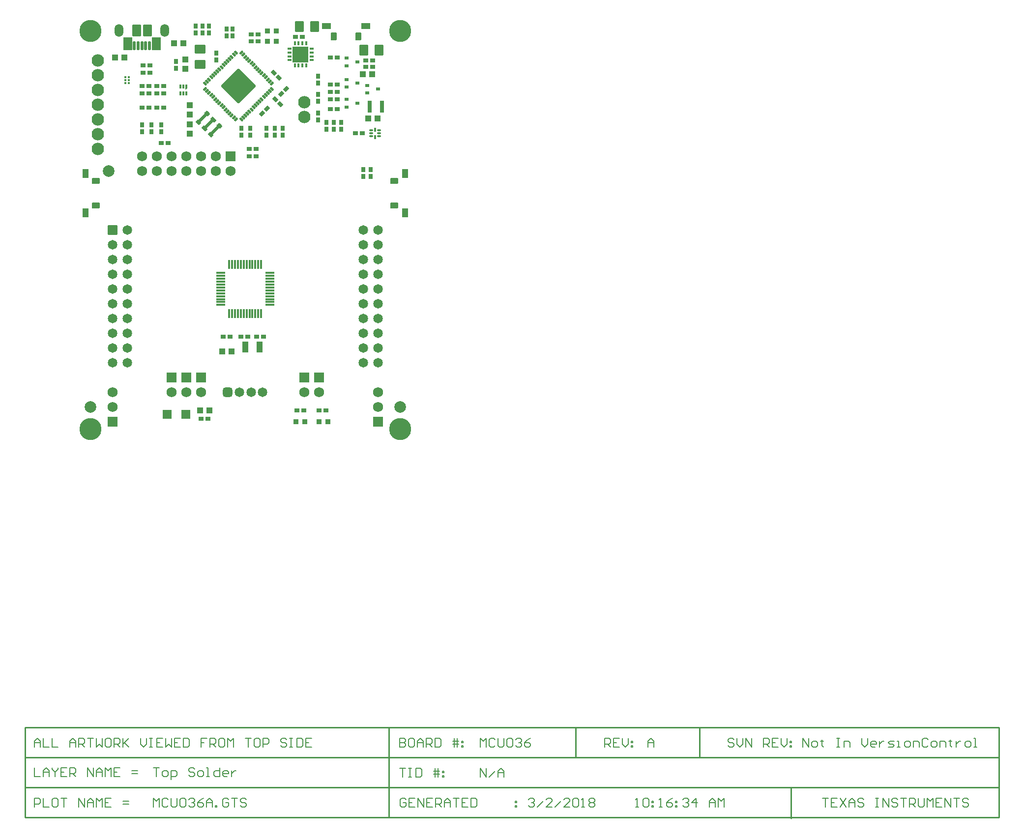
<source format=gts>
G04 Layer_Color=8388736*
%FSAX25Y25*%
%MOIN*%
G70*
G01*
G75*
%ADD48C,0.01000*%
%ADD49C,0.00800*%
%ADD57C,0.06496*%
%ADD83R,0.04331X0.07480*%
G04:AMPARAMS|DCode=84|XSize=39.37mil|YSize=55.12mil|CornerRadius=3.92mil|HoleSize=0mil|Usage=FLASHONLY|Rotation=270.000|XOffset=0mil|YOffset=0mil|HoleType=Round|Shape=RoundedRectangle|*
%AMROUNDEDRECTD84*
21,1,0.03937,0.04728,0,0,270.0*
21,1,0.03154,0.05512,0,0,270.0*
1,1,0.00783,-0.02364,-0.01577*
1,1,0.00783,-0.02364,0.01577*
1,1,0.00783,0.02364,0.01577*
1,1,0.00783,0.02364,-0.01577*
%
%ADD84ROUNDEDRECTD84*%
G04:AMPARAMS|DCode=85|XSize=61.02mil|YSize=43.31mil|CornerRadius=3.94mil|HoleSize=0mil|Usage=FLASHONLY|Rotation=270.000|XOffset=0mil|YOffset=0mil|HoleType=Round|Shape=RoundedRectangle|*
%AMROUNDEDRECTD85*
21,1,0.06102,0.03543,0,0,270.0*
21,1,0.05315,0.04331,0,0,270.0*
1,1,0.00787,-0.01772,-0.02657*
1,1,0.00787,-0.01772,0.02657*
1,1,0.00787,0.01772,0.02657*
1,1,0.00787,0.01772,-0.02657*
%
%ADD85ROUNDEDRECTD85*%
%ADD86R,0.03543X0.02756*%
%ADD87R,0.04331X0.04134*%
%ADD88R,0.02756X0.03543*%
%ADD89O,0.01575X0.06102*%
%ADD90O,0.06102X0.01575*%
%ADD91R,0.03543X0.03543*%
%ADD92R,0.06299X0.06299*%
G04:AMPARAMS|DCode=93|XSize=62.01mil|YSize=86.61mil|CornerRadius=4mil|HoleSize=0mil|Usage=FLASHONLY|Rotation=0.000|XOffset=0mil|YOffset=0mil|HoleType=Round|Shape=RoundedRectangle|*
%AMROUNDEDRECTD93*
21,1,0.06201,0.07861,0,0,0.0*
21,1,0.05401,0.08661,0,0,0.0*
1,1,0.00800,0.02700,-0.03931*
1,1,0.00800,-0.02700,-0.03931*
1,1,0.00800,-0.02700,0.03931*
1,1,0.00800,0.02700,0.03931*
%
%ADD93ROUNDEDRECTD93*%
G04:AMPARAMS|DCode=94|XSize=58.07mil|YSize=78.74mil|CornerRadius=3.86mil|HoleSize=0mil|Usage=FLASHONLY|Rotation=0.000|XOffset=0mil|YOffset=0mil|HoleType=Round|Shape=RoundedRectangle|*
%AMROUNDEDRECTD94*
21,1,0.05807,0.07101,0,0,0.0*
21,1,0.05034,0.07874,0,0,0.0*
1,1,0.00773,0.02517,-0.03551*
1,1,0.00773,-0.02517,-0.03551*
1,1,0.00773,-0.02517,0.03551*
1,1,0.00773,0.02517,0.03551*
%
%ADD94ROUNDEDRECTD94*%
G04:AMPARAMS|DCode=95|XSize=21.65mil|YSize=58.27mil|CornerRadius=3.92mil|HoleSize=0mil|Usage=FLASHONLY|Rotation=0.000|XOffset=0mil|YOffset=0mil|HoleType=Round|Shape=RoundedRectangle|*
%AMROUNDEDRECTD95*
21,1,0.02165,0.05043,0,0,0.0*
21,1,0.01382,0.05827,0,0,0.0*
1,1,0.00783,0.00691,-0.02522*
1,1,0.00783,-0.00691,-0.02522*
1,1,0.00783,-0.00691,0.02522*
1,1,0.00783,0.00691,0.02522*
%
%ADD95ROUNDEDRECTD95*%
%ADD96R,0.04134X0.04331*%
G04:AMPARAMS|DCode=97|XSize=22.44mil|YSize=27.56mil|CornerRadius=3.91mil|HoleSize=0mil|Usage=FLASHONLY|Rotation=270.000|XOffset=0mil|YOffset=0mil|HoleType=Round|Shape=RoundedRectangle|*
%AMROUNDEDRECTD97*
21,1,0.02244,0.01974,0,0,270.0*
21,1,0.01462,0.02756,0,0,270.0*
1,1,0.00782,-0.00987,-0.00731*
1,1,0.00782,-0.00987,0.00731*
1,1,0.00782,0.00987,0.00731*
1,1,0.00782,0.00987,-0.00731*
%
%ADD97ROUNDEDRECTD97*%
G04:AMPARAMS|DCode=98|XSize=106.36mil|YSize=19.75mil|CornerRadius=0mil|HoleSize=0mil|Usage=FLASHONLY|Rotation=45.000|XOffset=0mil|YOffset=0mil|HoleType=Round|Shape=Rectangle|*
%AMROTATEDRECTD98*
4,1,4,-0.03062,-0.04459,-0.04459,-0.03062,0.03062,0.04459,0.04459,0.03062,-0.03062,-0.04459,0.0*
%
%ADD98ROTATEDRECTD98*%

%ADD99O,0.02756X0.01575*%
%ADD100O,0.01575X0.02756*%
%ADD101R,0.11024X0.11024*%
G04:AMPARAMS|DCode=102|XSize=171.26mil|YSize=171.26mil|CornerRadius=3.64mil|HoleSize=0mil|Usage=FLASHONLY|Rotation=135.000|XOffset=0mil|YOffset=0mil|HoleType=Round|Shape=RoundedRectangle|*
%AMROUNDEDRECTD102*
21,1,0.17126,0.16398,0,0,135.0*
21,1,0.16398,0.17126,0,0,135.0*
1,1,0.00728,0.00000,0.11595*
1,1,0.00728,0.11595,0.00000*
1,1,0.00728,0.00000,-0.11595*
1,1,0.00728,-0.11595,0.00000*
%
%ADD102ROUNDEDRECTD102*%
G04:AMPARAMS|DCode=103|XSize=14.96mil|YSize=29.13mil|CornerRadius=4.74mil|HoleSize=0mil|Usage=FLASHONLY|Rotation=315.000|XOffset=0mil|YOffset=0mil|HoleType=Round|Shape=RoundedRectangle|*
%AMROUNDEDRECTD103*
21,1,0.01496,0.01965,0,0,315.0*
21,1,0.00548,0.02913,0,0,315.0*
1,1,0.00948,-0.00501,-0.00889*
1,1,0.00948,-0.00889,-0.00501*
1,1,0.00948,0.00501,0.00889*
1,1,0.00948,0.00889,0.00501*
%
%ADD103ROUNDEDRECTD103*%
G04:AMPARAMS|DCode=104|XSize=14.96mil|YSize=29.13mil|CornerRadius=4.74mil|HoleSize=0mil|Usage=FLASHONLY|Rotation=45.000|XOffset=0mil|YOffset=0mil|HoleType=Round|Shape=RoundedRectangle|*
%AMROUNDEDRECTD104*
21,1,0.01496,0.01965,0,0,45.0*
21,1,0.00548,0.02913,0,0,45.0*
1,1,0.00948,0.00889,-0.00501*
1,1,0.00948,0.00501,-0.00889*
1,1,0.00948,-0.00889,0.00501*
1,1,0.00948,-0.00501,0.00889*
%
%ADD104ROUNDEDRECTD104*%
%ADD105R,0.02756X0.08268*%
G04:AMPARAMS|DCode=106|XSize=13.78mil|YSize=25.59mil|CornerRadius=3.94mil|HoleSize=0mil|Usage=FLASHONLY|Rotation=90.000|XOffset=0mil|YOffset=0mil|HoleType=Round|Shape=RoundedRectangle|*
%AMROUNDEDRECTD106*
21,1,0.01378,0.01772,0,0,90.0*
21,1,0.00591,0.02559,0,0,90.0*
1,1,0.00787,0.00886,0.00295*
1,1,0.00787,0.00886,-0.00295*
1,1,0.00787,-0.00886,-0.00295*
1,1,0.00787,-0.00886,0.00295*
%
%ADD106ROUNDEDRECTD106*%
G04:AMPARAMS|DCode=107|XSize=11.81mil|YSize=25.59mil|CornerRadius=3.94mil|HoleSize=0mil|Usage=FLASHONLY|Rotation=90.000|XOffset=0mil|YOffset=0mil|HoleType=Round|Shape=RoundedRectangle|*
%AMROUNDEDRECTD107*
21,1,0.01181,0.01772,0,0,90.0*
21,1,0.00394,0.02559,0,0,90.0*
1,1,0.00787,0.00886,0.00197*
1,1,0.00787,0.00886,-0.00197*
1,1,0.00787,-0.00886,-0.00197*
1,1,0.00787,-0.00886,0.00197*
%
%ADD107ROUNDEDRECTD107*%
G04:AMPARAMS|DCode=108|XSize=15.75mil|YSize=27.56mil|CornerRadius=3.92mil|HoleSize=0mil|Usage=FLASHONLY|Rotation=0.000|XOffset=0mil|YOffset=0mil|HoleType=Round|Shape=RoundedRectangle|*
%AMROUNDEDRECTD108*
21,1,0.01575,0.01972,0,0,0.0*
21,1,0.00791,0.02756,0,0,0.0*
1,1,0.00783,0.00396,-0.00986*
1,1,0.00783,-0.00396,-0.00986*
1,1,0.00783,-0.00396,0.00986*
1,1,0.00783,0.00396,0.00986*
%
%ADD108ROUNDEDRECTD108*%
%ADD109R,0.01772X0.01181*%
%ADD110R,0.01575X0.01181*%
%ADD111R,0.01378X0.03150*%
%ADD112R,0.01378X0.02992*%
G04:AMPARAMS|DCode=113|XSize=27.56mil|YSize=35.43mil|CornerRadius=0mil|HoleSize=0mil|Usage=FLASHONLY|Rotation=315.000|XOffset=0mil|YOffset=0mil|HoleType=Round|Shape=Rectangle|*
%AMROTATEDRECTD113*
4,1,4,-0.02227,-0.00278,0.00278,0.02227,0.02227,0.00278,-0.00278,-0.02227,-0.02227,-0.00278,0.0*
%
%ADD113ROTATEDRECTD113*%

G04:AMPARAMS|DCode=114|XSize=27.56mil|YSize=35.43mil|CornerRadius=0mil|HoleSize=0mil|Usage=FLASHONLY|Rotation=225.000|XOffset=0mil|YOffset=0mil|HoleType=Round|Shape=Rectangle|*
%AMROTATEDRECTD114*
4,1,4,-0.00278,0.02227,0.02227,-0.00278,0.00278,-0.02227,-0.02227,0.00278,-0.00278,0.02227,0.0*
%
%ADD114ROTATEDRECTD114*%

G04:AMPARAMS|DCode=115|XSize=74.8mil|YSize=59.05mil|CornerRadius=3.9mil|HoleSize=0mil|Usage=FLASHONLY|Rotation=90.000|XOffset=0mil|YOffset=0mil|HoleType=Round|Shape=RoundedRectangle|*
%AMROUNDEDRECTD115*
21,1,0.07480,0.05126,0,0,90.0*
21,1,0.06701,0.05905,0,0,90.0*
1,1,0.00779,0.02563,0.03350*
1,1,0.00779,0.02563,-0.03350*
1,1,0.00779,-0.02563,-0.03350*
1,1,0.00779,-0.02563,0.03350*
%
%ADD115ROUNDEDRECTD115*%
G04:AMPARAMS|DCode=116|XSize=74.8mil|YSize=59.05mil|CornerRadius=3.9mil|HoleSize=0mil|Usage=FLASHONLY|Rotation=0.000|XOffset=0mil|YOffset=0mil|HoleType=Round|Shape=RoundedRectangle|*
%AMROUNDEDRECTD116*
21,1,0.07480,0.05126,0,0,0.0*
21,1,0.06701,0.05905,0,0,0.0*
1,1,0.00779,0.03350,-0.02563*
1,1,0.00779,-0.03350,-0.02563*
1,1,0.00779,-0.03350,0.02563*
1,1,0.00779,0.03350,0.02563*
%
%ADD116ROUNDEDRECTD116*%
G04:AMPARAMS|DCode=117|XSize=39.37mil|YSize=55.12mil|CornerRadius=3.92mil|HoleSize=0mil|Usage=FLASHONLY|Rotation=0.000|XOffset=0mil|YOffset=0mil|HoleType=Round|Shape=RoundedRectangle|*
%AMROUNDEDRECTD117*
21,1,0.03937,0.04728,0,0,0.0*
21,1,0.03154,0.05512,0,0,0.0*
1,1,0.00783,0.01577,-0.02364*
1,1,0.00783,-0.01577,-0.02364*
1,1,0.00783,-0.01577,0.02364*
1,1,0.00783,0.01577,0.02364*
%
%ADD117ROUNDEDRECTD117*%
G04:AMPARAMS|DCode=118|XSize=61.02mil|YSize=43.31mil|CornerRadius=3.94mil|HoleSize=0mil|Usage=FLASHONLY|Rotation=0.000|XOffset=0mil|YOffset=0mil|HoleType=Round|Shape=RoundedRectangle|*
%AMROUNDEDRECTD118*
21,1,0.06102,0.03543,0,0,0.0*
21,1,0.05315,0.04331,0,0,0.0*
1,1,0.00787,0.02657,-0.01772*
1,1,0.00787,-0.02657,-0.01772*
1,1,0.00787,-0.02657,0.01772*
1,1,0.00787,0.02657,0.01772*
%
%ADD118ROUNDEDRECTD118*%
%ADD119C,0.07874*%
G04:AMPARAMS|DCode=120|XSize=64.96mil|YSize=64.96mil|CornerRadius=17.22mil|HoleSize=0mil|Usage=FLASHONLY|Rotation=0.000|XOffset=0mil|YOffset=0mil|HoleType=Round|Shape=RoundedRectangle|*
%AMROUNDEDRECTD120*
21,1,0.06496,0.03051,0,0,0.0*
21,1,0.03051,0.06496,0,0,0.0*
1,1,0.03445,0.01526,-0.01526*
1,1,0.03445,-0.01526,-0.01526*
1,1,0.03445,-0.01526,0.01526*
1,1,0.03445,0.01526,0.01526*
%
%ADD120ROUNDEDRECTD120*%
%ADD121C,0.06890*%
%ADD122R,0.06890X0.06890*%
G04:AMPARAMS|DCode=123|XSize=68.9mil|YSize=68.9mil|CornerRadius=3.92mil|HoleSize=0mil|Usage=FLASHONLY|Rotation=270.000|XOffset=0mil|YOffset=0mil|HoleType=Round|Shape=RoundedRectangle|*
%AMROUNDEDRECTD123*
21,1,0.06890,0.06106,0,0,270.0*
21,1,0.06106,0.06890,0,0,270.0*
1,1,0.00783,-0.03053,-0.03053*
1,1,0.00783,-0.03053,0.03053*
1,1,0.00783,0.03053,0.03053*
1,1,0.00783,0.03053,-0.03053*
%
%ADD123ROUNDEDRECTD123*%
G04:AMPARAMS|DCode=124|XSize=86.61mil|YSize=59.05mil|CornerRadius=29.53mil|HoleSize=0mil|Usage=FLASHONLY|Rotation=270.000|XOffset=0mil|YOffset=0mil|HoleType=Round|Shape=RoundedRectangle|*
%AMROUNDEDRECTD124*
21,1,0.08661,0.00000,0,0,270.0*
21,1,0.02756,0.05905,0,0,270.0*
1,1,0.05905,0.00000,-0.01378*
1,1,0.05905,0.00000,0.01378*
1,1,0.05905,0.00000,0.01378*
1,1,0.05905,0.00000,-0.01378*
%
%ADD124ROUNDEDRECTD124*%
%ADD125C,0.15000*%
%ADD126C,0.08394*%
G04:AMPARAMS|DCode=127|XSize=64.96mil|YSize=64.96mil|CornerRadius=3.8mil|HoleSize=0mil|Usage=FLASHONLY|Rotation=270.000|XOffset=0mil|YOffset=0mil|HoleType=Round|Shape=RoundedRectangle|*
%AMROUNDEDRECTD127*
21,1,0.06496,0.05736,0,0,270.0*
21,1,0.05736,0.06496,0,0,270.0*
1,1,0.00760,-0.02868,-0.02868*
1,1,0.00760,-0.02868,0.02868*
1,1,0.00760,0.02868,0.02868*
1,1,0.00760,0.02868,-0.02868*
%
%ADD127ROUNDEDRECTD127*%
G36*
X0171420Y0511151D02*
X0171457Y0511139D01*
X0171491Y0511121D01*
X0171521Y0511097D01*
X0173748Y0508870D01*
X0173773Y0508840D01*
X0173791Y0508805D01*
X0173802Y0508768D01*
X0173806Y0508730D01*
X0173802Y0508691D01*
X0173791Y0508654D01*
X0173773Y0508620D01*
X0173748Y0508590D01*
X0172356Y0507198D01*
X0172326Y0507173D01*
X0172292Y0507155D01*
X0172255Y0507144D01*
X0172216Y0507140D01*
X0172178Y0507144D01*
X0172141Y0507155D01*
X0172107Y0507173D01*
X0172077Y0507198D01*
X0169850Y0509425D01*
X0169825Y0509455D01*
X0169807Y0509489D01*
X0169795Y0509526D01*
X0169792Y0509565D01*
X0169795Y0509603D01*
X0169807Y0509641D01*
X0169825Y0509675D01*
X0169850Y0509705D01*
X0171241Y0511097D01*
X0171271Y0511121D01*
X0171306Y0511139D01*
X0171343Y0511151D01*
X0171381Y0511155D01*
X0171420Y0511151D01*
D02*
G37*
G36*
X0161259Y0509341D02*
X0161296Y0509330D01*
X0161330Y0509312D01*
X0161360Y0509287D01*
X0163587Y0507060D01*
X0163612Y0507030D01*
X0163630Y0506996D01*
X0163641Y0506959D01*
X0163645Y0506920D01*
X0163641Y0506882D01*
X0163630Y0506844D01*
X0163612Y0506810D01*
X0163587Y0506780D01*
X0162195Y0505388D01*
X0162165Y0505364D01*
X0162131Y0505345D01*
X0162094Y0505334D01*
X0162055Y0505330D01*
X0162017Y0505334D01*
X0161980Y0505345D01*
X0161945Y0505364D01*
X0161915Y0505388D01*
X0159688Y0507615D01*
X0159664Y0507645D01*
X0159645Y0507680D01*
X0159634Y0507717D01*
X0159630Y0507755D01*
X0159634Y0507794D01*
X0159645Y0507831D01*
X0159664Y0507865D01*
X0159688Y0507895D01*
X0161080Y0509287D01*
X0161110Y0509312D01*
X0161144Y0509330D01*
X0161181Y0509341D01*
X0161220Y0509345D01*
X0161259Y0509341D01*
D02*
G37*
G36*
X0165435Y0505165D02*
X0165472Y0505154D01*
X0165506Y0505136D01*
X0165536Y0505111D01*
X0167763Y0502884D01*
X0167763Y0502884D01*
X0167788Y0502854D01*
X0167806Y0502820D01*
X0167809Y0502809D01*
X0167817Y0502783D01*
X0167821Y0502744D01*
X0167817Y0502706D01*
X0167806Y0502669D01*
X0167788Y0502634D01*
X0167763Y0502604D01*
X0166371Y0501213D01*
X0166341Y0501188D01*
X0166307Y0501170D01*
X0166270Y0501158D01*
X0166231Y0501155D01*
X0166192Y0501158D01*
X0166155Y0501170D01*
X0166121Y0501188D01*
X0166091Y0501213D01*
X0163864Y0503440D01*
X0163864Y0503440D01*
X0163840Y0503470D01*
X0163821Y0503504D01*
X0163818Y0503515D01*
X0163810Y0503541D01*
X0163806Y0503580D01*
X0163810Y0503618D01*
X0163821Y0503655D01*
X0163840Y0503689D01*
X0163864Y0503719D01*
X0165256Y0505111D01*
X0165286Y0505136D01*
X0165320Y0505154D01*
X0165357Y0505165D01*
X0165396Y0505169D01*
X0165435Y0505165D01*
D02*
G37*
G36*
X0157083Y0513517D02*
X0157120Y0513506D01*
X0157154Y0513487D01*
X0157184Y0513463D01*
X0159411Y0511236D01*
X0159411Y0511236D01*
X0159436Y0511206D01*
X0159454Y0511172D01*
X0159458Y0511160D01*
X0159465Y0511135D01*
X0159469Y0511096D01*
X0159465Y0511057D01*
X0159454Y0511020D01*
X0159436Y0510986D01*
X0159411Y0510956D01*
X0158019Y0509564D01*
X0157989Y0509540D01*
X0157955Y0509521D01*
X0157918Y0509510D01*
X0157879Y0509506D01*
X0157841Y0509510D01*
X0157804Y0509521D01*
X0157770Y0509540D01*
X0157740Y0509564D01*
X0155513Y0511791D01*
X0155512Y0511791D01*
X0155488Y0511821D01*
X0155470Y0511855D01*
X0155466Y0511867D01*
X0155458Y0511893D01*
X0155455Y0511931D01*
X0155458Y0511970D01*
X0155470Y0512007D01*
X0155488Y0512041D01*
X0155512Y0512071D01*
X0156904Y0513463D01*
X0156934Y0513487D01*
X0156969Y0513506D01*
X0157006Y0513517D01*
X0157044Y0513521D01*
X0157083Y0513517D01*
D02*
G37*
G36*
X0149699Y0534775D02*
X0149736Y0534764D01*
X0149770Y0534746D01*
X0149801Y0534721D01*
X0149825Y0534691D01*
X0149843Y0534657D01*
X0149855Y0534620D01*
X0149858Y0534581D01*
Y0534384D01*
X0149858Y0534384D01*
X0149856Y0534365D01*
X0149855Y0534346D01*
X0149846Y0534317D01*
X0149843Y0534309D01*
X0149825Y0534274D01*
X0149801Y0534244D01*
X0149407Y0533851D01*
X0149407Y0533851D01*
X0149393Y0533840D01*
X0149377Y0533826D01*
X0149343Y0533808D01*
X0149305Y0533797D01*
X0149302Y0533796D01*
X0149267Y0533793D01*
X0149267Y0533793D01*
X0148676D01*
X0148638Y0533797D01*
X0148601Y0533808D01*
X0148566Y0533826D01*
X0148537Y0533851D01*
X0148512Y0533881D01*
X0148494Y0533915D01*
X0148482Y0533952D01*
X0148479Y0533990D01*
Y0534581D01*
X0148482Y0534620D01*
X0148494Y0534657D01*
X0148512Y0534691D01*
X0148537Y0534721D01*
X0148566Y0534746D01*
X0148601Y0534764D01*
X0148638Y0534775D01*
X0148676Y0534779D01*
X0149661D01*
X0149699Y0534775D01*
D02*
G37*
G36*
X0163068Y0519502D02*
X0163105Y0519491D01*
X0163140Y0519473D01*
X0163170Y0519448D01*
X0165397Y0517221D01*
X0165421Y0517191D01*
X0165439Y0517157D01*
X0165451Y0517120D01*
X0165455Y0517081D01*
X0165451Y0517043D01*
X0165439Y0517006D01*
X0165421Y0516971D01*
X0165397Y0516941D01*
X0164005Y0515550D01*
X0163975Y0515525D01*
X0163941Y0515507D01*
X0163903Y0515495D01*
X0163865Y0515492D01*
X0163826Y0515495D01*
X0163789Y0515507D01*
X0163755Y0515525D01*
X0163725Y0515550D01*
X0161498Y0517777D01*
X0161473Y0517807D01*
X0161455Y0517841D01*
X0161444Y0517878D01*
X0161440Y0517916D01*
X0161444Y0517955D01*
X0161455Y0517992D01*
X0161473Y0518026D01*
X0161498Y0518056D01*
X0162890Y0519448D01*
X0162920Y0519473D01*
X0162954Y0519491D01*
X0162991Y0519502D01*
X0163030Y0519506D01*
X0163068Y0519502D01*
D02*
G37*
G36*
X0167244Y0515327D02*
X0167270Y0515319D01*
X0167281Y0515315D01*
X0167315Y0515297D01*
X0167345Y0515273D01*
X0167345Y0515272D01*
X0169572Y0513045D01*
X0169597Y0513015D01*
X0169615Y0512981D01*
X0169627Y0512944D01*
X0169630Y0512906D01*
X0169627Y0512867D01*
X0169615Y0512830D01*
X0169597Y0512796D01*
X0169572Y0512766D01*
X0168181Y0511374D01*
X0168150Y0511349D01*
X0168116Y0511331D01*
X0168079Y0511320D01*
X0168041Y0511316D01*
X0168002Y0511320D01*
X0167976Y0511327D01*
X0167965Y0511331D01*
X0167931Y0511349D01*
X0167901Y0511374D01*
X0167901Y0511374D01*
X0165674Y0513601D01*
X0165649Y0513631D01*
X0165631Y0513665D01*
X0165620Y0513702D01*
X0165616Y0513741D01*
X0165620Y0513779D01*
X0165631Y0513816D01*
X0165649Y0513851D01*
X0165674Y0513880D01*
X0167066Y0515273D01*
X0167096Y0515297D01*
X0167130Y0515315D01*
X0167167Y0515327D01*
X0167206Y0515330D01*
X0167244Y0515327D01*
D02*
G37*
G54D48*
X0559400Y0039400D02*
Y0059683D01*
X0440500Y0040050D02*
X0700200D01*
Y0101050D01*
X0286500Y0040050D02*
Y0101050D01*
X0040000Y0040050D02*
Y0101050D01*
X0040050Y0040050D02*
X0197600D01*
X0040050D02*
Y0101050D01*
Y0101050D02*
X0700200D01*
X0040000Y0040050D02*
X0440500D01*
X0040000Y0060383D02*
X0700000D01*
X0040000Y0080717D02*
X0700200D01*
X0413200D02*
Y0101050D01*
X0497200Y0080717D02*
Y0101050D01*
G54D49*
X0126900Y0073549D02*
X0130899D01*
X0128899D01*
Y0067551D01*
X0133898D02*
X0135897D01*
X0136897Y0068550D01*
Y0070550D01*
X0135897Y0071549D01*
X0133898D01*
X0132898Y0070550D01*
Y0068550D01*
X0133898Y0067551D01*
X0138896Y0065551D02*
Y0071549D01*
X0141895D01*
X0142895Y0070550D01*
Y0068550D01*
X0141895Y0067551D01*
X0138896D01*
X0154891Y0072549D02*
X0153891Y0073549D01*
X0151892D01*
X0150892Y0072549D01*
Y0071549D01*
X0151892Y0070550D01*
X0153891D01*
X0154891Y0069550D01*
Y0068550D01*
X0153891Y0067551D01*
X0151892D01*
X0150892Y0068550D01*
X0157890Y0067551D02*
X0159889D01*
X0160889Y0068550D01*
Y0070550D01*
X0159889Y0071549D01*
X0157890D01*
X0156890Y0070550D01*
Y0068550D01*
X0157890Y0067551D01*
X0162888D02*
X0164888D01*
X0163888D01*
Y0073549D01*
X0162888D01*
X0171885D02*
Y0067551D01*
X0168886D01*
X0167887Y0068550D01*
Y0070550D01*
X0168886Y0071549D01*
X0171885D01*
X0176884Y0067551D02*
X0174884D01*
X0173885Y0068550D01*
Y0070550D01*
X0174884Y0071549D01*
X0176884D01*
X0177884Y0070550D01*
Y0069550D01*
X0173885D01*
X0179883Y0071549D02*
Y0067551D01*
Y0069550D01*
X0180883Y0070550D01*
X0181882Y0071549D01*
X0182882D01*
X0126900Y0073549D02*
X0130899D01*
X0128899D01*
Y0067551D01*
X0133898D02*
X0135897D01*
X0136897Y0068550D01*
Y0070550D01*
X0135897Y0071549D01*
X0133898D01*
X0132898Y0070550D01*
Y0068550D01*
X0133898Y0067551D01*
X0138896Y0065551D02*
Y0071549D01*
X0141895D01*
X0142895Y0070550D01*
Y0068550D01*
X0141895Y0067551D01*
X0138896D01*
X0154891Y0072549D02*
X0153891Y0073549D01*
X0151892D01*
X0150892Y0072549D01*
Y0071549D01*
X0151892Y0070550D01*
X0153891D01*
X0154891Y0069550D01*
Y0068550D01*
X0153891Y0067551D01*
X0151892D01*
X0150892Y0068550D01*
X0157890Y0067551D02*
X0159889D01*
X0160889Y0068550D01*
Y0070550D01*
X0159889Y0071549D01*
X0157890D01*
X0156890Y0070550D01*
Y0068550D01*
X0157890Y0067551D01*
X0162888D02*
X0164888D01*
X0163888D01*
Y0073549D01*
X0162888D01*
X0171885D02*
Y0067551D01*
X0168886D01*
X0167887Y0068550D01*
Y0070550D01*
X0168886Y0071549D01*
X0171885D01*
X0176884Y0067551D02*
X0174884D01*
X0173885Y0068550D01*
Y0070550D01*
X0174884Y0071549D01*
X0176884D01*
X0177884Y0070550D01*
Y0069550D01*
X0173885D01*
X0179883Y0071549D02*
Y0067551D01*
Y0069550D01*
X0180883Y0070550D01*
X0181882Y0071549D01*
X0182882D01*
X0348550Y0067500D02*
Y0073498D01*
X0352549Y0067500D01*
Y0073498D01*
X0354548Y0067500D02*
X0358547Y0071499D01*
X0360546Y0067500D02*
Y0071499D01*
X0362545Y0073498D01*
X0364545Y0071499D01*
Y0067500D01*
Y0070499D01*
X0360546D01*
X0294000Y0073498D02*
X0297999D01*
X0295999D01*
Y0067500D01*
X0299998Y0073498D02*
X0301997D01*
X0300998D01*
Y0067500D01*
X0299998D01*
X0301997D01*
X0304996Y0073498D02*
Y0067500D01*
X0307996D01*
X0308995Y0068500D01*
Y0072498D01*
X0307996Y0073498D01*
X0304996D01*
X0317992Y0067500D02*
Y0073498D01*
X0319992D02*
Y0067500D01*
X0316993Y0071499D02*
X0319992D01*
X0320991D01*
X0316993Y0069499D02*
X0320991D01*
X0322991Y0071499D02*
X0323990D01*
Y0070499D01*
X0322991D01*
Y0071499D01*
Y0068500D02*
X0323990D01*
Y0067500D01*
X0322991D01*
Y0068500D01*
X0580500Y0052965D02*
X0584499D01*
X0582499D01*
Y0046966D01*
X0590497Y0052965D02*
X0586498D01*
Y0046966D01*
X0590497D01*
X0586498Y0049966D02*
X0588497D01*
X0592496Y0052965D02*
X0596495Y0046966D01*
Y0052965D02*
X0592496Y0046966D01*
X0598494D02*
Y0050965D01*
X0600493Y0052965D01*
X0602493Y0050965D01*
Y0046966D01*
Y0049966D01*
X0598494D01*
X0608491Y0051965D02*
X0607491Y0052965D01*
X0605492D01*
X0604492Y0051965D01*
Y0050965D01*
X0605492Y0049966D01*
X0607491D01*
X0608491Y0048966D01*
Y0047966D01*
X0607491Y0046966D01*
X0605492D01*
X0604492Y0047966D01*
X0616488Y0052965D02*
X0618488D01*
X0617488D01*
Y0046966D01*
X0616488D01*
X0618488D01*
X0621487D02*
Y0052965D01*
X0625486Y0046966D01*
Y0052965D01*
X0631484Y0051965D02*
X0630484Y0052965D01*
X0628484D01*
X0627485Y0051965D01*
Y0050965D01*
X0628484Y0049966D01*
X0630484D01*
X0631484Y0048966D01*
Y0047966D01*
X0630484Y0046966D01*
X0628484D01*
X0627485Y0047966D01*
X0633483Y0052965D02*
X0637482D01*
X0635482D01*
Y0046966D01*
X0639481D02*
Y0052965D01*
X0642480D01*
X0643480Y0051965D01*
Y0049966D01*
X0642480Y0048966D01*
X0639481D01*
X0641480D02*
X0643480Y0046966D01*
X0645479Y0052965D02*
Y0047966D01*
X0646479Y0046966D01*
X0648478D01*
X0649478Y0047966D01*
Y0052965D01*
X0651477Y0046966D02*
Y0052965D01*
X0653476Y0050965D01*
X0655476Y0052965D01*
Y0046966D01*
X0661474Y0052965D02*
X0657475D01*
Y0046966D01*
X0661474D01*
X0657475Y0049966D02*
X0659474D01*
X0663473Y0046966D02*
Y0052965D01*
X0667472Y0046966D01*
Y0052965D01*
X0669471D02*
X0673470D01*
X0671471D01*
Y0046966D01*
X0679468Y0051965D02*
X0678468Y0052965D01*
X0676469D01*
X0675469Y0051965D01*
Y0050965D01*
X0676469Y0049966D01*
X0678468D01*
X0679468Y0048966D01*
Y0047966D01*
X0678468Y0046966D01*
X0676469D01*
X0675469Y0047966D01*
X0454050Y0046966D02*
X0456049D01*
X0455050D01*
Y0052965D01*
X0454050Y0051965D01*
X0459048D02*
X0460048Y0052965D01*
X0462047D01*
X0463047Y0051965D01*
Y0047966D01*
X0462047Y0046966D01*
X0460048D01*
X0459048Y0047966D01*
Y0051965D01*
X0465046Y0050965D02*
X0466046D01*
Y0049966D01*
X0465046D01*
Y0050965D01*
Y0047966D02*
X0466046D01*
Y0046966D01*
X0465046D01*
Y0047966D01*
X0470045Y0046966D02*
X0472044D01*
X0471044D01*
Y0052965D01*
X0470045Y0051965D01*
X0479042Y0052965D02*
X0477043Y0051965D01*
X0475043Y0049966D01*
Y0047966D01*
X0476043Y0046966D01*
X0478042D01*
X0479042Y0047966D01*
Y0048966D01*
X0478042Y0049966D01*
X0475043D01*
X0481041Y0050965D02*
X0482041D01*
Y0049966D01*
X0481041D01*
Y0050965D01*
Y0047966D02*
X0482041D01*
Y0046966D01*
X0481041D01*
Y0047966D01*
X0486040Y0051965D02*
X0487039Y0052965D01*
X0489039D01*
X0490038Y0051965D01*
Y0050965D01*
X0489039Y0049966D01*
X0488039D01*
X0489039D01*
X0490038Y0048966D01*
Y0047966D01*
X0489039Y0046966D01*
X0487039D01*
X0486040Y0047966D01*
X0495037Y0046966D02*
Y0052965D01*
X0492038Y0049966D01*
X0496036D01*
X0504034Y0046966D02*
Y0050965D01*
X0506033Y0052965D01*
X0508033Y0050965D01*
Y0046966D01*
Y0049966D01*
X0504034D01*
X0510032Y0046966D02*
Y0052965D01*
X0512031Y0050965D01*
X0514031Y0052965D01*
Y0046966D01*
X0046350D02*
Y0052965D01*
X0049349D01*
X0050349Y0051965D01*
Y0049966D01*
X0049349Y0048966D01*
X0046350D01*
X0052348Y0052965D02*
Y0046966D01*
X0056347D01*
X0061345Y0052965D02*
X0059346D01*
X0058346Y0051965D01*
Y0047966D01*
X0059346Y0046966D01*
X0061345D01*
X0062345Y0047966D01*
Y0051965D01*
X0061345Y0052965D01*
X0064344D02*
X0068343D01*
X0066343D01*
Y0046966D01*
X0076340D02*
Y0052965D01*
X0080339Y0046966D01*
Y0052965D01*
X0082338Y0046966D02*
Y0050965D01*
X0084338Y0052965D01*
X0086337Y0050965D01*
Y0046966D01*
Y0049966D01*
X0082338D01*
X0088336Y0046966D02*
Y0052965D01*
X0090336Y0050965D01*
X0092335Y0052965D01*
Y0046966D01*
X0098333Y0052965D02*
X0094335D01*
Y0046966D01*
X0098333D01*
X0094335Y0049966D02*
X0096334D01*
X0106331Y0048966D02*
X0110329D01*
X0106331Y0050965D02*
X0110329D01*
X0046350Y0073549D02*
Y0067551D01*
X0050349D01*
X0052348D02*
Y0071549D01*
X0054347Y0073549D01*
X0056347Y0071549D01*
Y0067551D01*
Y0070550D01*
X0052348D01*
X0058346Y0073549D02*
Y0072549D01*
X0060346Y0070550D01*
X0062345Y0072549D01*
Y0073549D01*
X0060346Y0070550D02*
Y0067551D01*
X0068343Y0073549D02*
X0064344D01*
Y0067551D01*
X0068343D01*
X0064344Y0070550D02*
X0066343D01*
X0070342Y0067551D02*
Y0073549D01*
X0073341D01*
X0074341Y0072549D01*
Y0070550D01*
X0073341Y0069550D01*
X0070342D01*
X0072342D02*
X0074341Y0067551D01*
X0082338D02*
Y0073549D01*
X0086337Y0067551D01*
Y0073549D01*
X0088336Y0067551D02*
Y0071549D01*
X0090336Y0073549D01*
X0092335Y0071549D01*
Y0067551D01*
Y0070550D01*
X0088336D01*
X0094335Y0067551D02*
Y0073549D01*
X0096334Y0071549D01*
X0098333Y0073549D01*
Y0067551D01*
X0104331Y0073549D02*
X0100332D01*
Y0067551D01*
X0104331D01*
X0100332Y0070550D02*
X0102332D01*
X0112329Y0069550D02*
X0116327D01*
X0112329Y0071549D02*
X0116327D01*
X0294000Y0093831D02*
Y0087833D01*
X0296999D01*
X0297999Y0088833D01*
Y0089833D01*
X0296999Y0090832D01*
X0294000D01*
X0296999D01*
X0297999Y0091832D01*
Y0092832D01*
X0296999Y0093831D01*
X0294000D01*
X0302997D02*
X0300998D01*
X0299998Y0092832D01*
Y0088833D01*
X0300998Y0087833D01*
X0302997D01*
X0303997Y0088833D01*
Y0092832D01*
X0302997Y0093831D01*
X0305996Y0087833D02*
Y0091832D01*
X0307996Y0093831D01*
X0309995Y0091832D01*
Y0087833D01*
Y0090832D01*
X0305996D01*
X0311994Y0087833D02*
Y0093831D01*
X0314993D01*
X0315993Y0092832D01*
Y0090832D01*
X0314993Y0089833D01*
X0311994D01*
X0313994D02*
X0315993Y0087833D01*
X0317992Y0093831D02*
Y0087833D01*
X0320991D01*
X0321991Y0088833D01*
Y0092832D01*
X0320991Y0093831D01*
X0317992D01*
X0330988Y0087833D02*
Y0093831D01*
X0332987D02*
Y0087833D01*
X0329988Y0091832D02*
X0332987D01*
X0333987D01*
X0329988Y0089833D02*
X0333987D01*
X0335986Y0091832D02*
X0336986D01*
Y0090832D01*
X0335986D01*
Y0091832D01*
Y0088833D02*
X0336986D01*
Y0087833D01*
X0335986D01*
Y0088833D01*
X0348550Y0087833D02*
Y0093831D01*
X0350549Y0091832D01*
X0352549Y0093831D01*
Y0087833D01*
X0358547Y0092832D02*
X0357547Y0093831D01*
X0355548D01*
X0354548Y0092832D01*
Y0088833D01*
X0355548Y0087833D01*
X0357547D01*
X0358547Y0088833D01*
X0360546Y0093831D02*
Y0088833D01*
X0361546Y0087833D01*
X0363545D01*
X0364545Y0088833D01*
Y0093831D01*
X0366544Y0092832D02*
X0367544Y0093831D01*
X0369543D01*
X0370543Y0092832D01*
Y0088833D01*
X0369543Y0087833D01*
X0367544D01*
X0366544Y0088833D01*
Y0092832D01*
X0372542D02*
X0373542Y0093831D01*
X0375541D01*
X0376541Y0092832D01*
Y0091832D01*
X0375541Y0090832D01*
X0374542D01*
X0375541D01*
X0376541Y0089833D01*
Y0088833D01*
X0375541Y0087833D01*
X0373542D01*
X0372542Y0088833D01*
X0382539Y0093831D02*
X0380540Y0092832D01*
X0378540Y0090832D01*
Y0088833D01*
X0379540Y0087833D01*
X0381539D01*
X0382539Y0088833D01*
Y0089833D01*
X0381539Y0090832D01*
X0378540D01*
X0462150Y0087833D02*
Y0091832D01*
X0464149Y0093831D01*
X0466149Y0091832D01*
Y0087833D01*
Y0090832D01*
X0462150D01*
X0046350Y0087833D02*
Y0091832D01*
X0048349Y0093831D01*
X0050349Y0091832D01*
Y0087833D01*
Y0090832D01*
X0046350D01*
X0052348Y0093831D02*
Y0087833D01*
X0056347D01*
X0058346Y0093831D02*
Y0087833D01*
X0062345D01*
X0070342D02*
Y0091832D01*
X0072342Y0093831D01*
X0074341Y0091832D01*
Y0087833D01*
Y0090832D01*
X0070342D01*
X0076340Y0087833D02*
Y0093831D01*
X0079339D01*
X0080339Y0092832D01*
Y0090832D01*
X0079339Y0089833D01*
X0076340D01*
X0078340D02*
X0080339Y0087833D01*
X0082338Y0093831D02*
X0086337D01*
X0084338D01*
Y0087833D01*
X0088336Y0093831D02*
Y0087833D01*
X0090336Y0089833D01*
X0092335Y0087833D01*
Y0093831D01*
X0097334D02*
X0095334D01*
X0094335Y0092832D01*
Y0088833D01*
X0095334Y0087833D01*
X0097334D01*
X0098333Y0088833D01*
Y0092832D01*
X0097334Y0093831D01*
X0100332Y0087833D02*
Y0093831D01*
X0103332D01*
X0104331Y0092832D01*
Y0090832D01*
X0103332Y0089833D01*
X0100332D01*
X0102332D02*
X0104331Y0087833D01*
X0106331Y0093831D02*
Y0087833D01*
Y0089833D01*
X0110329Y0093831D01*
X0107330Y0090832D01*
X0110329Y0087833D01*
X0118327Y0093831D02*
Y0089833D01*
X0120326Y0087833D01*
X0122325Y0089833D01*
Y0093831D01*
X0124325D02*
X0126324D01*
X0125324D01*
Y0087833D01*
X0124325D01*
X0126324D01*
X0133322Y0093831D02*
X0129323D01*
Y0087833D01*
X0133322D01*
X0129323Y0090832D02*
X0131323D01*
X0135321Y0093831D02*
Y0087833D01*
X0137321Y0089833D01*
X0139320Y0087833D01*
Y0093831D01*
X0145318D02*
X0141319D01*
Y0087833D01*
X0145318D01*
X0141319Y0090832D02*
X0143319D01*
X0147317Y0093831D02*
Y0087833D01*
X0150316D01*
X0151316Y0088833D01*
Y0092832D01*
X0150316Y0093831D01*
X0147317D01*
X0163312D02*
X0159313D01*
Y0090832D01*
X0161313D01*
X0159313D01*
Y0087833D01*
X0165312D02*
Y0093831D01*
X0168310D01*
X0169310Y0092832D01*
Y0090832D01*
X0168310Y0089833D01*
X0165312D01*
X0167311D02*
X0169310Y0087833D01*
X0174309Y0093831D02*
X0172309D01*
X0171310Y0092832D01*
Y0088833D01*
X0172309Y0087833D01*
X0174309D01*
X0175308Y0088833D01*
Y0092832D01*
X0174309Y0093831D01*
X0177308Y0087833D02*
Y0093831D01*
X0179307Y0091832D01*
X0181306Y0093831D01*
Y0087833D01*
X0189304Y0093831D02*
X0193303D01*
X0191303D01*
Y0087833D01*
X0198301Y0093831D02*
X0196301D01*
X0195302Y0092832D01*
Y0088833D01*
X0196301Y0087833D01*
X0198301D01*
X0199301Y0088833D01*
Y0092832D01*
X0198301Y0093831D01*
X0201300Y0087833D02*
Y0093831D01*
X0204299D01*
X0205299Y0092832D01*
Y0090832D01*
X0204299Y0089833D01*
X0201300D01*
X0217295Y0092832D02*
X0216295Y0093831D01*
X0214296D01*
X0213296Y0092832D01*
Y0091832D01*
X0214296Y0090832D01*
X0216295D01*
X0217295Y0089833D01*
Y0088833D01*
X0216295Y0087833D01*
X0214296D01*
X0213296Y0088833D01*
X0219294Y0093831D02*
X0221293D01*
X0220294D01*
Y0087833D01*
X0219294D01*
X0221293D01*
X0224292Y0093831D02*
Y0087833D01*
X0227291D01*
X0228291Y0088833D01*
Y0092832D01*
X0227291Y0093831D01*
X0224292D01*
X0234289D02*
X0230291D01*
Y0087833D01*
X0234289D01*
X0230291Y0090832D02*
X0232290D01*
X0298199Y0051965D02*
X0297199Y0052965D01*
X0295200D01*
X0294200Y0051965D01*
Y0047966D01*
X0295200Y0046966D01*
X0297199D01*
X0298199Y0047966D01*
Y0049966D01*
X0296199D01*
X0304197Y0052965D02*
X0300198D01*
Y0046966D01*
X0304197D01*
X0300198Y0049966D02*
X0302197D01*
X0306196Y0046966D02*
Y0052965D01*
X0310195Y0046966D01*
Y0052965D01*
X0316193D02*
X0312194D01*
Y0046966D01*
X0316193D01*
X0312194Y0049966D02*
X0314194D01*
X0318192Y0046966D02*
Y0052965D01*
X0321191D01*
X0322191Y0051965D01*
Y0049966D01*
X0321191Y0048966D01*
X0318192D01*
X0320192D02*
X0322191Y0046966D01*
X0324190D02*
Y0050965D01*
X0326190Y0052965D01*
X0328189Y0050965D01*
Y0046966D01*
Y0049966D01*
X0324190D01*
X0330188Y0052965D02*
X0334187D01*
X0332188D01*
Y0046966D01*
X0340185Y0052965D02*
X0336186D01*
Y0046966D01*
X0340185D01*
X0336186Y0049966D02*
X0338186D01*
X0342184Y0052965D02*
Y0046966D01*
X0345183D01*
X0346183Y0047966D01*
Y0051965D01*
X0345183Y0052965D01*
X0342184D01*
X0372175Y0050965D02*
X0373175D01*
Y0049966D01*
X0372175D01*
Y0050965D01*
Y0047966D02*
X0373175D01*
Y0046966D01*
X0372175D01*
Y0047966D01*
X0381150Y0051965D02*
X0382150Y0052965D01*
X0384149D01*
X0385149Y0051965D01*
Y0050965D01*
X0384149Y0049966D01*
X0383149D01*
X0384149D01*
X0385149Y0048966D01*
Y0047966D01*
X0384149Y0046966D01*
X0382150D01*
X0381150Y0047966D01*
X0387148Y0046966D02*
X0391147Y0050965D01*
X0397145Y0046966D02*
X0393146D01*
X0397145Y0050965D01*
Y0051965D01*
X0396145Y0052965D01*
X0394146D01*
X0393146Y0051965D01*
X0399144Y0046966D02*
X0403143Y0050965D01*
X0409141Y0046966D02*
X0405142D01*
X0409141Y0050965D01*
Y0051965D01*
X0408141Y0052965D01*
X0406142D01*
X0405142Y0051965D01*
X0411140D02*
X0412140Y0052965D01*
X0414139D01*
X0415139Y0051965D01*
Y0047966D01*
X0414139Y0046966D01*
X0412140D01*
X0411140Y0047966D01*
Y0051965D01*
X0417138Y0046966D02*
X0419138D01*
X0418138D01*
Y0052965D01*
X0417138Y0051965D01*
X0422137D02*
X0423136Y0052965D01*
X0425136D01*
X0426135Y0051965D01*
Y0050965D01*
X0425136Y0049966D01*
X0426135Y0048966D01*
Y0047966D01*
X0425136Y0046966D01*
X0423136D01*
X0422137Y0047966D01*
Y0048966D01*
X0423136Y0049966D01*
X0422137Y0050965D01*
Y0051965D01*
X0423136Y0049966D02*
X0425136D01*
X0126900Y0046966D02*
Y0052965D01*
X0128899Y0050965D01*
X0130899Y0052965D01*
Y0046966D01*
X0136897Y0051965D02*
X0135897Y0052965D01*
X0133898D01*
X0132898Y0051965D01*
Y0047966D01*
X0133898Y0046966D01*
X0135897D01*
X0136897Y0047966D01*
X0138896Y0052965D02*
Y0047966D01*
X0139896Y0046966D01*
X0141895D01*
X0142895Y0047966D01*
Y0052965D01*
X0144894Y0051965D02*
X0145894Y0052965D01*
X0147893D01*
X0148893Y0051965D01*
Y0047966D01*
X0147893Y0046966D01*
X0145894D01*
X0144894Y0047966D01*
Y0051965D01*
X0150892D02*
X0151892Y0052965D01*
X0153891D01*
X0154891Y0051965D01*
Y0050965D01*
X0153891Y0049966D01*
X0152892D01*
X0153891D01*
X0154891Y0048966D01*
Y0047966D01*
X0153891Y0046966D01*
X0151892D01*
X0150892Y0047966D01*
X0160889Y0052965D02*
X0158890Y0051965D01*
X0156890Y0049966D01*
Y0047966D01*
X0157890Y0046966D01*
X0159889D01*
X0160889Y0047966D01*
Y0048966D01*
X0159889Y0049966D01*
X0156890D01*
X0162888Y0046966D02*
Y0050965D01*
X0164888Y0052965D01*
X0166887Y0050965D01*
Y0046966D01*
Y0049966D01*
X0162888D01*
X0168886Y0046966D02*
Y0047966D01*
X0169886D01*
Y0046966D01*
X0168886D01*
X0177884Y0051965D02*
X0176884Y0052965D01*
X0174884D01*
X0173885Y0051965D01*
Y0047966D01*
X0174884Y0046966D01*
X0176884D01*
X0177884Y0047966D01*
Y0049966D01*
X0175884D01*
X0179883Y0052965D02*
X0183882D01*
X0181882D01*
Y0046966D01*
X0189880Y0051965D02*
X0188880Y0052965D01*
X0186881D01*
X0185881Y0051965D01*
Y0050965D01*
X0186881Y0049966D01*
X0188880D01*
X0189880Y0048966D01*
Y0047966D01*
X0188880Y0046966D01*
X0186881D01*
X0185881Y0047966D01*
X0433000Y0087833D02*
Y0093831D01*
X0435999D01*
X0436999Y0092832D01*
Y0090832D01*
X0435999Y0089833D01*
X0433000D01*
X0434999D02*
X0436999Y0087833D01*
X0442997Y0093831D02*
X0438998D01*
Y0087833D01*
X0442997D01*
X0438998Y0090832D02*
X0440997D01*
X0444996Y0093831D02*
Y0089833D01*
X0446995Y0087833D01*
X0448995Y0089833D01*
Y0093831D01*
X0450994Y0091832D02*
X0451994D01*
Y0090832D01*
X0450994D01*
Y0091832D01*
Y0088833D02*
X0451994D01*
Y0087833D01*
X0450994D01*
Y0088833D01*
X0520799Y0092832D02*
X0519799Y0093831D01*
X0517800D01*
X0516800Y0092832D01*
Y0091832D01*
X0517800Y0090832D01*
X0519799D01*
X0520799Y0089833D01*
Y0088833D01*
X0519799Y0087833D01*
X0517800D01*
X0516800Y0088833D01*
X0522798Y0093831D02*
Y0089833D01*
X0524797Y0087833D01*
X0526797Y0089833D01*
Y0093831D01*
X0528796Y0087833D02*
Y0093831D01*
X0532795Y0087833D01*
Y0093831D01*
X0540792Y0087833D02*
Y0093831D01*
X0543791D01*
X0544791Y0092832D01*
Y0090832D01*
X0543791Y0089833D01*
X0540792D01*
X0542792D02*
X0544791Y0087833D01*
X0550789Y0093831D02*
X0546790D01*
Y0087833D01*
X0550789D01*
X0546790Y0090832D02*
X0548790D01*
X0552788Y0093831D02*
Y0089833D01*
X0554788Y0087833D01*
X0556787Y0089833D01*
Y0093831D01*
X0558786Y0091832D02*
X0559786D01*
Y0090832D01*
X0558786D01*
Y0091832D01*
Y0088833D02*
X0559786D01*
Y0087833D01*
X0558786D01*
Y0088833D01*
X0567400Y0087833D02*
Y0093831D01*
X0571399Y0087833D01*
Y0093831D01*
X0574398Y0087833D02*
X0576397D01*
X0577397Y0088833D01*
Y0090832D01*
X0576397Y0091832D01*
X0574398D01*
X0573398Y0090832D01*
Y0088833D01*
X0574398Y0087833D01*
X0580396Y0092832D02*
Y0091832D01*
X0579396D01*
X0581395D01*
X0580396D01*
Y0088833D01*
X0581395Y0087833D01*
X0590393Y0093831D02*
X0592392D01*
X0591392D01*
Y0087833D01*
X0590393D01*
X0592392D01*
X0595391D02*
Y0091832D01*
X0598390D01*
X0599390Y0090832D01*
Y0087833D01*
X0607387Y0093831D02*
Y0089833D01*
X0609386Y0087833D01*
X0611386Y0089833D01*
Y0093831D01*
X0616384Y0087833D02*
X0614385D01*
X0613385Y0088833D01*
Y0090832D01*
X0614385Y0091832D01*
X0616384D01*
X0617384Y0090832D01*
Y0089833D01*
X0613385D01*
X0619383Y0091832D02*
Y0087833D01*
Y0089833D01*
X0620383Y0090832D01*
X0621383Y0091832D01*
X0622382D01*
X0625381Y0087833D02*
X0628380D01*
X0629380Y0088833D01*
X0628380Y0089833D01*
X0626381D01*
X0625381Y0090832D01*
X0626381Y0091832D01*
X0629380D01*
X0631379Y0087833D02*
X0633379D01*
X0632379D01*
Y0091832D01*
X0631379D01*
X0637377Y0087833D02*
X0639377D01*
X0640376Y0088833D01*
Y0090832D01*
X0639377Y0091832D01*
X0637377D01*
X0636378Y0090832D01*
Y0088833D01*
X0637377Y0087833D01*
X0642376D02*
Y0091832D01*
X0645375D01*
X0646374Y0090832D01*
Y0087833D01*
X0652373Y0092832D02*
X0651373Y0093831D01*
X0649373D01*
X0648374Y0092832D01*
Y0088833D01*
X0649373Y0087833D01*
X0651373D01*
X0652373Y0088833D01*
X0655372Y0087833D02*
X0657371D01*
X0658371Y0088833D01*
Y0090832D01*
X0657371Y0091832D01*
X0655372D01*
X0654372Y0090832D01*
Y0088833D01*
X0655372Y0087833D01*
X0660370D02*
Y0091832D01*
X0663369D01*
X0664369Y0090832D01*
Y0087833D01*
X0667368Y0092832D02*
Y0091832D01*
X0666368D01*
X0668367D01*
X0667368D01*
Y0088833D01*
X0668367Y0087833D01*
X0671366Y0091832D02*
Y0087833D01*
Y0089833D01*
X0672366Y0090832D01*
X0673366Y0091832D01*
X0674365D01*
X0678364Y0087833D02*
X0680364D01*
X0681363Y0088833D01*
Y0090832D01*
X0680364Y0091832D01*
X0678364D01*
X0677364Y0090832D01*
Y0088833D01*
X0678364Y0087833D01*
X0683362D02*
X0685362D01*
X0684362D01*
Y0093831D01*
X0683362D01*
G54D57*
X0201011Y0328400D02*
D03*
X0193137D02*
D03*
X0185263D02*
D03*
X0099200Y0428400D02*
D03*
Y0418400D02*
D03*
Y0408400D02*
D03*
Y0398400D02*
D03*
Y0388400D02*
D03*
Y0378400D02*
D03*
Y0368400D02*
D03*
Y0358400D02*
D03*
Y0348400D02*
D03*
X0109200Y0438400D02*
D03*
Y0428400D02*
D03*
Y0418400D02*
D03*
Y0408400D02*
D03*
Y0398400D02*
D03*
Y0388400D02*
D03*
Y0378400D02*
D03*
Y0368400D02*
D03*
Y0358400D02*
D03*
Y0348400D02*
D03*
X0269200Y0438400D02*
D03*
Y0428400D02*
D03*
Y0418400D02*
D03*
Y0408400D02*
D03*
Y0398400D02*
D03*
Y0388400D02*
D03*
Y0378400D02*
D03*
Y0368400D02*
D03*
Y0358400D02*
D03*
Y0348400D02*
D03*
X0279200Y0438400D02*
D03*
Y0428400D02*
D03*
Y0418400D02*
D03*
Y0408400D02*
D03*
Y0398400D02*
D03*
Y0388400D02*
D03*
Y0378400D02*
D03*
Y0368400D02*
D03*
Y0358400D02*
D03*
Y0348400D02*
D03*
G54D83*
X0199121Y0358900D02*
D03*
X0189279D02*
D03*
G54D84*
X0290444Y0471668D02*
D03*
Y0455132D02*
D03*
X0087956Y0455132D02*
D03*
Y0471668D02*
D03*
G54D85*
X0297531Y0476687D02*
D03*
X0297531Y0450113D02*
D03*
X0080869Y0450113D02*
D03*
X0080869Y0476687D02*
D03*
G54D86*
X0239338Y0315900D02*
D03*
X0244062D02*
D03*
X0229062D02*
D03*
X0224338D02*
D03*
X0159338Y0310400D02*
D03*
X0164062D02*
D03*
X0174338Y0365900D02*
D03*
X0179062D02*
D03*
X0186338D02*
D03*
X0191062D02*
D03*
X0201562D02*
D03*
X0196838D02*
D03*
X0196562Y0493400D02*
D03*
X0191838D02*
D03*
X0196562Y0488400D02*
D03*
X0191838D02*
D03*
X0251562Y0526900D02*
D03*
X0246838D02*
D03*
X0246838Y0520400D02*
D03*
X0251562D02*
D03*
X0246838Y0531900D02*
D03*
X0251562D02*
D03*
X0119838Y0544900D02*
D03*
X0124562D02*
D03*
X0270838Y0553400D02*
D03*
X0275562D02*
D03*
X0246838Y0536900D02*
D03*
X0251562D02*
D03*
X0251562Y0555400D02*
D03*
X0246838D02*
D03*
X0129338Y0530900D02*
D03*
X0134062D02*
D03*
X0134062Y0535900D02*
D03*
X0129338D02*
D03*
X0119338Y0521400D02*
D03*
X0124062D02*
D03*
X0119338Y0535900D02*
D03*
X0124062D02*
D03*
X0198062Y0570900D02*
D03*
X0193338D02*
D03*
X0198062Y0566400D02*
D03*
X0193338D02*
D03*
X0119838Y0549900D02*
D03*
X0124562D02*
D03*
X0263838Y0503900D02*
D03*
X0268562D02*
D03*
X0223338Y0569400D02*
D03*
X0228062D02*
D03*
X0270838Y0548900D02*
D03*
X0275562D02*
D03*
X0134062Y0521400D02*
D03*
X0129338D02*
D03*
X0119338Y0530900D02*
D03*
X0124062D02*
D03*
X0132338Y0497400D02*
D03*
X0137062D02*
D03*
G54D87*
X0158550Y0315900D02*
D03*
X0164850D02*
D03*
X0173550Y0355900D02*
D03*
X0179850D02*
D03*
X0101050Y0555400D02*
D03*
X0107350D02*
D03*
X0147350Y0564900D02*
D03*
X0141050D02*
D03*
X0272550Y0513900D02*
D03*
X0278850D02*
D03*
X0275350Y0543900D02*
D03*
X0269050D02*
D03*
G54D88*
X0274200Y0474538D02*
D03*
Y0479262D02*
D03*
X0269200Y0474538D02*
D03*
Y0479262D02*
D03*
X0125700Y0505038D02*
D03*
Y0509762D02*
D03*
X0119200Y0509762D02*
D03*
Y0505038D02*
D03*
X0209200Y0507262D02*
D03*
Y0502538D02*
D03*
X0214700Y0502538D02*
D03*
Y0507262D02*
D03*
X0176700Y0574762D02*
D03*
Y0570038D02*
D03*
X0180700Y0574762D02*
D03*
Y0570038D02*
D03*
X0160200Y0572038D02*
D03*
Y0576762D02*
D03*
X0155700Y0572038D02*
D03*
Y0576762D02*
D03*
X0238700Y0525538D02*
D03*
Y0530262D02*
D03*
Y0513038D02*
D03*
Y0517762D02*
D03*
X0192700Y0502538D02*
D03*
Y0507262D02*
D03*
X0249200Y0506538D02*
D03*
Y0511262D02*
D03*
X0244200Y0506538D02*
D03*
Y0511262D02*
D03*
X0132200Y0509762D02*
D03*
Y0505038D02*
D03*
X0203700Y0502538D02*
D03*
Y0507262D02*
D03*
X0254200Y0506538D02*
D03*
Y0511262D02*
D03*
X0164700Y0576762D02*
D03*
Y0572038D02*
D03*
X0238700Y0542762D02*
D03*
Y0538038D02*
D03*
X0186700Y0502538D02*
D03*
Y0507262D02*
D03*
X0142200Y0552762D02*
D03*
Y0548038D02*
D03*
X0169700Y0558262D02*
D03*
Y0553538D02*
D03*
G54D89*
X0178373Y0381766D02*
D03*
X0180342D02*
D03*
X0182310D02*
D03*
X0184279D02*
D03*
X0186247D02*
D03*
X0188216D02*
D03*
X0190184D02*
D03*
X0192153D02*
D03*
X0194121D02*
D03*
X0196090D02*
D03*
X0198058D02*
D03*
X0200027D02*
D03*
Y0415034D02*
D03*
X0198058D02*
D03*
X0196090D02*
D03*
X0194121D02*
D03*
X0192153D02*
D03*
X0190184D02*
D03*
X0188216D02*
D03*
X0186247D02*
D03*
X0184279D02*
D03*
X0182310D02*
D03*
X0180342D02*
D03*
X0178373D02*
D03*
G54D90*
X0205834Y0387573D02*
D03*
Y0389542D02*
D03*
Y0391510D02*
D03*
Y0393479D02*
D03*
Y0395447D02*
D03*
Y0397416D02*
D03*
Y0399384D02*
D03*
Y0401353D02*
D03*
Y0403321D02*
D03*
Y0405290D02*
D03*
Y0407258D02*
D03*
Y0409227D02*
D03*
X0172566D02*
D03*
Y0407258D02*
D03*
Y0405290D02*
D03*
Y0403321D02*
D03*
Y0401353D02*
D03*
Y0399384D02*
D03*
Y0397416D02*
D03*
Y0395447D02*
D03*
Y0393479D02*
D03*
Y0391510D02*
D03*
Y0389542D02*
D03*
Y0387573D02*
D03*
G54D91*
X0245153Y0308400D02*
D03*
X0239247D02*
D03*
X0229653D02*
D03*
X0223747D02*
D03*
X0210153Y0573400D02*
D03*
X0204247D02*
D03*
Y0566400D02*
D03*
X0210153D02*
D03*
G54D92*
X0148999Y0313400D02*
D03*
X0136401D02*
D03*
G54D93*
X0109505Y0564636D02*
D03*
X0128895D02*
D03*
G54D94*
X0115509Y0573691D02*
D03*
X0122891D02*
D03*
G54D95*
X0114082Y0563219D02*
D03*
X0116641Y0563219D02*
D03*
X0119200Y0563219D02*
D03*
X0121759Y0563219D02*
D03*
X0124318Y0563219D02*
D03*
G54D96*
X0148700Y0547750D02*
D03*
Y0554050D02*
D03*
X0151700Y0523050D02*
D03*
Y0516750D02*
D03*
Y0510050D02*
D03*
Y0503750D02*
D03*
G54D97*
X0257960Y0540459D02*
D03*
Y0535341D02*
D03*
X0265440Y0537900D02*
D03*
X0271960Y0536459D02*
D03*
Y0531341D02*
D03*
X0279440Y0533900D02*
D03*
X0257960Y0526959D02*
D03*
Y0521841D02*
D03*
X0265440Y0524400D02*
D03*
X0257960Y0554959D02*
D03*
Y0549841D02*
D03*
X0265440Y0552400D02*
D03*
G54D98*
X0164700Y0510400D02*
D03*
X0160524Y0514576D02*
D03*
X0168876Y0506224D02*
D03*
G54D99*
X0219220Y0561239D02*
D03*
Y0558679D02*
D03*
Y0556120D02*
D03*
Y0553561D02*
D03*
X0234180D02*
D03*
Y0556120D02*
D03*
Y0558679D02*
D03*
Y0561239D02*
D03*
G54D100*
X0222861Y0549920D02*
D03*
X0225420D02*
D03*
X0227979D02*
D03*
X0230539D02*
D03*
Y0564880D02*
D03*
X0227979D02*
D03*
X0225420D02*
D03*
X0222861D02*
D03*
G54D101*
X0226700Y0557400D02*
D03*
G54D102*
X0184700Y0535900D02*
D03*
G54D103*
X0182893Y0513209D02*
D03*
X0181501Y0514601D02*
D03*
X0180108Y0515993D02*
D03*
X0178716Y0517386D02*
D03*
X0177324Y0518778D02*
D03*
X0175932Y0520170D02*
D03*
X0174539Y0521562D02*
D03*
X0173147Y0522955D02*
D03*
X0171755Y0524347D02*
D03*
X0170362Y0525739D02*
D03*
X0168970Y0527132D02*
D03*
X0167578Y0528524D02*
D03*
X0166186Y0529916D02*
D03*
X0164793Y0531309D02*
D03*
X0163401Y0532701D02*
D03*
X0162009Y0534093D02*
D03*
X0186507Y0558591D02*
D03*
X0187899Y0557199D02*
D03*
X0189292Y0555807D02*
D03*
X0190684Y0554414D02*
D03*
X0192076Y0553022D02*
D03*
X0193468Y0551630D02*
D03*
X0194861Y0550238D02*
D03*
X0196253Y0548845D02*
D03*
X0197645Y0547453D02*
D03*
X0199038Y0546061D02*
D03*
X0200430Y0544668D02*
D03*
X0201822Y0543276D02*
D03*
X0203214Y0541884D02*
D03*
X0204607Y0540491D02*
D03*
X0205999Y0539099D02*
D03*
X0207391Y0537707D02*
D03*
G54D104*
X0162011Y0537710D02*
D03*
X0163403Y0539102D02*
D03*
X0164795Y0540493D02*
D03*
X0166187Y0541885D02*
D03*
X0167579Y0543277D02*
D03*
X0168971Y0544669D02*
D03*
X0170363Y0546061D02*
D03*
X0171755Y0547453D02*
D03*
X0173147Y0548845D02*
D03*
X0174539Y0550237D02*
D03*
X0175931Y0551629D02*
D03*
X0177323Y0553021D02*
D03*
X0178715Y0554413D02*
D03*
X0180107Y0555805D02*
D03*
X0181499Y0557197D02*
D03*
X0182890Y0558589D02*
D03*
X0207389Y0534091D02*
D03*
X0205997Y0532698D02*
D03*
X0204605Y0531307D02*
D03*
X0203213Y0529915D02*
D03*
X0201821Y0528523D02*
D03*
X0200429Y0527131D02*
D03*
X0199037Y0525739D02*
D03*
X0197645Y0524347D02*
D03*
X0196253Y0522955D02*
D03*
X0194861Y0521563D02*
D03*
X0193469Y0520171D02*
D03*
X0192077Y0518779D02*
D03*
X0190685Y0517387D02*
D03*
X0189293Y0515995D02*
D03*
X0187901Y0514603D02*
D03*
X0186510Y0513211D02*
D03*
G54D105*
X0273566Y0521900D02*
D03*
X0281834D02*
D03*
G54D106*
X0279857Y0505868D02*
D03*
Y0501931D02*
D03*
X0274542D02*
D03*
Y0505868D02*
D03*
G54D107*
X0279857Y0503900D02*
D03*
X0274542D02*
D03*
G54D108*
X0277200Y0501341D02*
D03*
Y0506459D02*
D03*
G54D109*
X0108117Y0541868D02*
D03*
G54D110*
X0108019Y0539900D02*
D03*
Y0537931D02*
D03*
X0110381D02*
D03*
Y0539900D02*
D03*
Y0541868D02*
D03*
G54D111*
X0149169Y0531038D02*
D03*
X0147200D02*
D03*
X0145231D02*
D03*
Y0535762D02*
D03*
X0147200D02*
D03*
G54D112*
X0149169Y0535841D02*
D03*
G54D113*
X0203870Y0520570D02*
D03*
X0200530Y0517230D02*
D03*
X0216870Y0534070D02*
D03*
X0213530Y0530730D02*
D03*
G54D114*
X0212870Y0523730D02*
D03*
X0209530Y0527070D02*
D03*
X0208530Y0545070D02*
D03*
X0211870Y0541730D02*
D03*
G54D115*
X0269582Y0560400D02*
D03*
X0279818D02*
D03*
X0226082Y0576400D02*
D03*
X0236318D02*
D03*
G54D116*
X0158700Y0561018D02*
D03*
Y0550782D02*
D03*
G54D117*
X0249432Y0569644D02*
D03*
X0265968D02*
D03*
G54D118*
X0244413Y0576731D02*
D03*
X0270987Y0576731D02*
D03*
G54D119*
X0084200Y0318400D02*
D03*
X0294200D02*
D03*
X0096700Y0478400D02*
D03*
G54D120*
X0177389Y0328400D02*
D03*
G54D121*
X0279200D02*
D03*
Y0318400D02*
D03*
X0099200D02*
D03*
Y0328400D02*
D03*
X0229200D02*
D03*
X0239200D02*
D03*
X0159200D02*
D03*
X0139200D02*
D03*
X0149200D02*
D03*
X0179200Y0478400D02*
D03*
X0169200Y0488400D02*
D03*
Y0478400D02*
D03*
X0159200Y0488400D02*
D03*
Y0478400D02*
D03*
X0149200Y0488400D02*
D03*
Y0478400D02*
D03*
X0139200Y0488400D02*
D03*
Y0478400D02*
D03*
X0129200Y0488400D02*
D03*
Y0478400D02*
D03*
X0119200Y0488400D02*
D03*
Y0478400D02*
D03*
G54D122*
X0279200Y0308400D02*
D03*
X0099200D02*
D03*
X0179200Y0488400D02*
D03*
G54D123*
X0229200Y0338400D02*
D03*
X0239200D02*
D03*
X0159200D02*
D03*
X0139200D02*
D03*
X0149200D02*
D03*
G54D124*
X0103649Y0573691D02*
D03*
X0134751D02*
D03*
G54D125*
X0084200Y0303400D02*
D03*
X0294200D02*
D03*
Y0573400D02*
D03*
X0084200D02*
D03*
G54D126*
X0229200Y0514900D02*
D03*
Y0524900D02*
D03*
X0089200Y0493400D02*
D03*
Y0503400D02*
D03*
Y0513400D02*
D03*
Y0523400D02*
D03*
Y0533400D02*
D03*
Y0543400D02*
D03*
Y0553400D02*
D03*
G54D127*
X0099200Y0438400D02*
D03*
M02*

</source>
